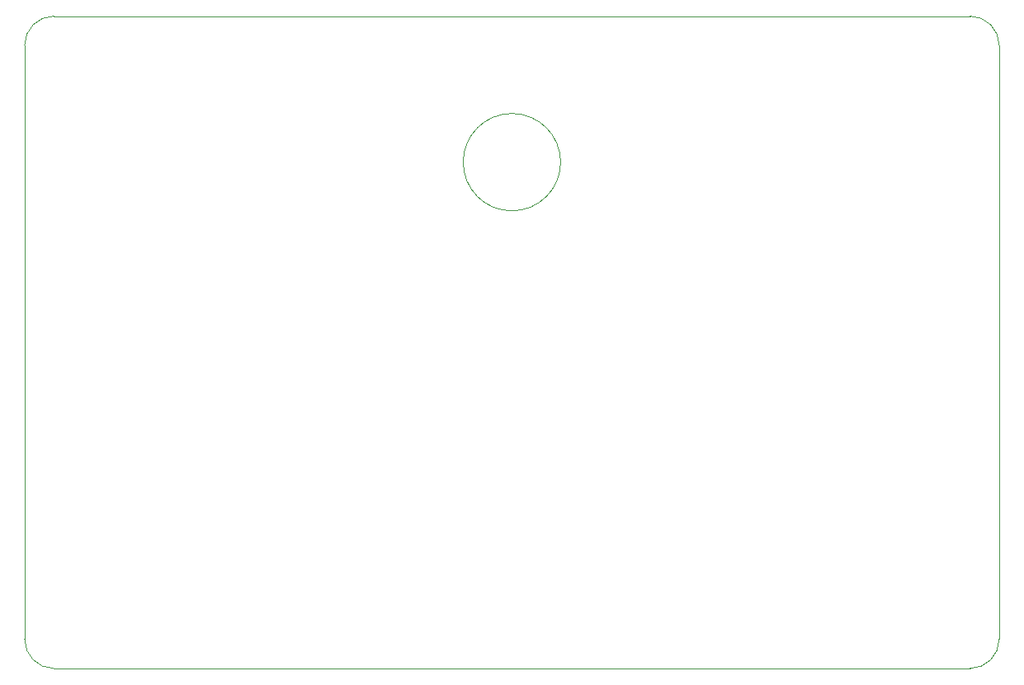
<source format=gbr>
G04 #@! TF.GenerationSoftware,KiCad,Pcbnew,5.1.5-52549c5~84~ubuntu16.04.1*
G04 #@! TF.CreationDate,2020-02-20T20:55:12+01:00*
G04 #@! TF.ProjectId,EmergencyWake,456d6572-6765-46e6-9379-57616b652e6b,rev?*
G04 #@! TF.SameCoordinates,PX5f5e100PY5f5e100*
G04 #@! TF.FileFunction,Paste,Bot*
G04 #@! TF.FilePolarity,Positive*
%FSLAX46Y46*%
G04 Gerber Fmt 4.6, Leading zero omitted, Abs format (unit mm)*
G04 Created by KiCad (PCBNEW 5.1.5-52549c5~84~ubuntu16.04.1) date 2020-02-20 20:55:12*
%MOMM*%
%LPD*%
G04 APERTURE LIST*
%ADD10C,0.050000*%
G04 APERTURE END LIST*
D10*
X55000000Y-15000000D02*
G75*
G03X55000000Y-15000000I-5000000J0D01*
G01*
X3000000Y-67000000D02*
G75*
G02X0Y-64000000I0J3000000D01*
G01*
X100000000Y-64000000D02*
G75*
G02X97000000Y-67000000I-3000000J0D01*
G01*
X97000000Y0D02*
G75*
G02X100000000Y-3000000I0J-3000000D01*
G01*
X0Y-3000000D02*
G75*
G02X3000000Y0I3000000J0D01*
G01*
X0Y-64000000D02*
X0Y-3000000D01*
X97000000Y-67000000D02*
X3000000Y-67000000D01*
X100000000Y-3000000D02*
X100000000Y-64000000D01*
X3000000Y0D02*
X97000000Y0D01*
M02*

</source>
